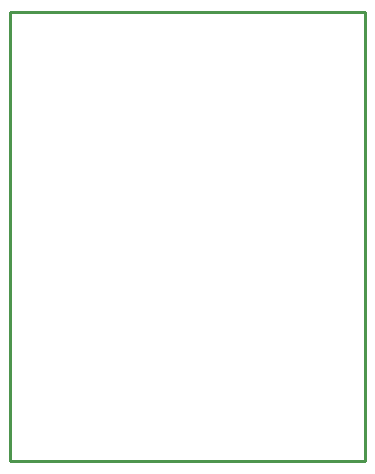
<source format=gko>
G04*
G04 #@! TF.GenerationSoftware,Altium Limited,Altium Designer,21.6.1 (37)*
G04*
G04 Layer_Color=16711935*
%FSLAX44Y44*%
%MOMM*%
G71*
G04*
G04 #@! TF.SameCoordinates,0F7C46F9-05DF-46B9-B7E4-F31FC23B8959*
G04*
G04*
G04 #@! TF.FilePolarity,Positive*
G04*
G01*
G75*
%ADD32C,0.2540*%
D32*
X250000Y630000D02*
X550000D01*
X550000Y250000D01*
X250000D02*
X550000D01*
X250000Y630000D02*
X250000Y250000D01*
M02*

</source>
